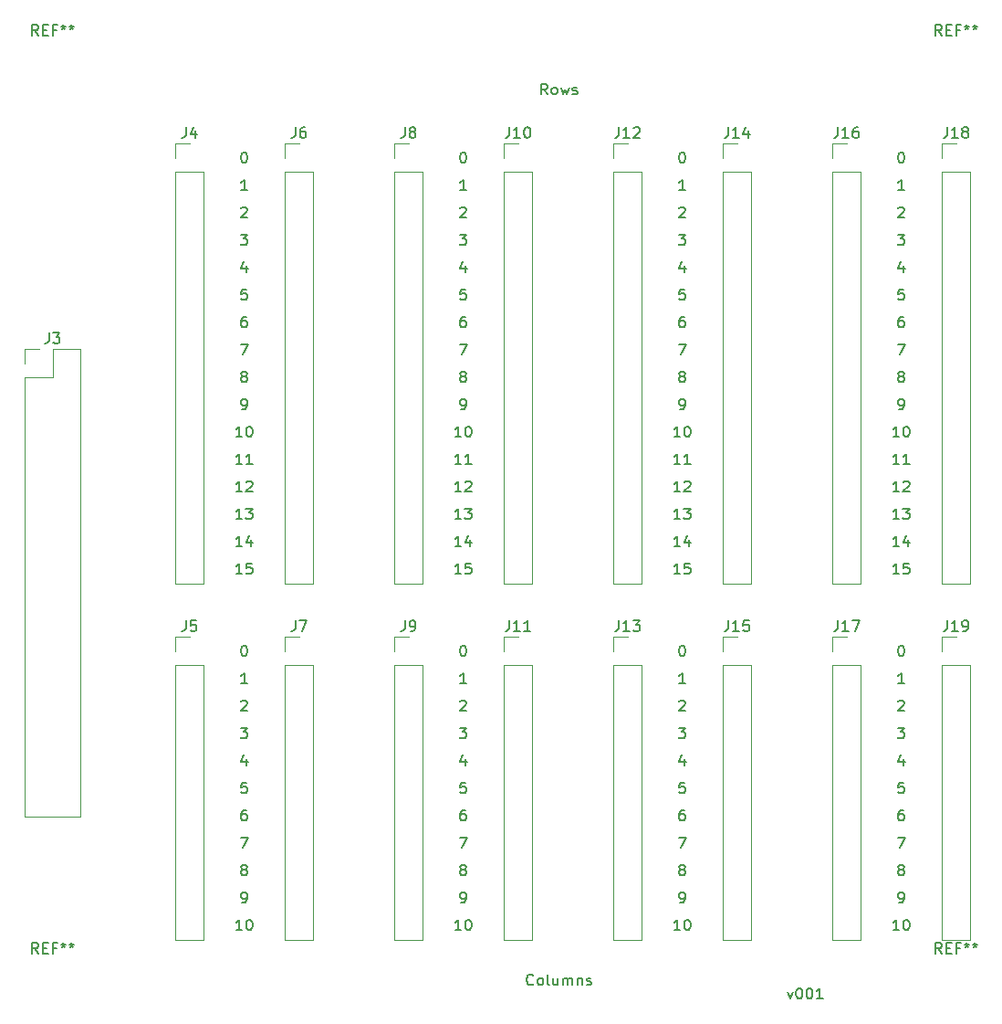
<source format=gbr>
G04 #@! TF.GenerationSoftware,KiCad,Pcbnew,(5.1.2-1)-1*
G04 #@! TF.CreationDate,2019-07-09T22:00:00+10:00*
G04 #@! TF.ProjectId,b1,62312e6b-6963-4616-945f-706362585858,rev?*
G04 #@! TF.SameCoordinates,Original*
G04 #@! TF.FileFunction,Legend,Top*
G04 #@! TF.FilePolarity,Positive*
%FSLAX46Y46*%
G04 Gerber Fmt 4.6, Leading zero omitted, Abs format (unit mm)*
G04 Created by KiCad (PCBNEW (5.1.2-1)-1) date 2019-07-09 22:00:00*
%MOMM*%
%LPD*%
G04 APERTURE LIST*
%ADD10C,0.150000*%
%ADD11C,0.120000*%
G04 APERTURE END LIST*
D10*
X163433333Y-121705714D02*
X163671428Y-122372380D01*
X163909523Y-121705714D01*
X164480952Y-121372380D02*
X164576190Y-121372380D01*
X164671428Y-121420000D01*
X164719047Y-121467619D01*
X164766666Y-121562857D01*
X164814285Y-121753333D01*
X164814285Y-121991428D01*
X164766666Y-122181904D01*
X164719047Y-122277142D01*
X164671428Y-122324761D01*
X164576190Y-122372380D01*
X164480952Y-122372380D01*
X164385714Y-122324761D01*
X164338095Y-122277142D01*
X164290476Y-122181904D01*
X164242857Y-121991428D01*
X164242857Y-121753333D01*
X164290476Y-121562857D01*
X164338095Y-121467619D01*
X164385714Y-121420000D01*
X164480952Y-121372380D01*
X165433333Y-121372380D02*
X165528571Y-121372380D01*
X165623809Y-121420000D01*
X165671428Y-121467619D01*
X165719047Y-121562857D01*
X165766666Y-121753333D01*
X165766666Y-121991428D01*
X165719047Y-122181904D01*
X165671428Y-122277142D01*
X165623809Y-122324761D01*
X165528571Y-122372380D01*
X165433333Y-122372380D01*
X165338095Y-122324761D01*
X165290476Y-122277142D01*
X165242857Y-122181904D01*
X165195238Y-121991428D01*
X165195238Y-121753333D01*
X165242857Y-121562857D01*
X165290476Y-121467619D01*
X165338095Y-121420000D01*
X165433333Y-121372380D01*
X166719047Y-122372380D02*
X166147619Y-122372380D01*
X166433333Y-122372380D02*
X166433333Y-121372380D01*
X166338095Y-121515238D01*
X166242857Y-121610476D01*
X166147619Y-121658095D01*
X141168571Y-38552380D02*
X140835238Y-38076190D01*
X140597142Y-38552380D02*
X140597142Y-37552380D01*
X140978095Y-37552380D01*
X141073333Y-37600000D01*
X141120952Y-37647619D01*
X141168571Y-37742857D01*
X141168571Y-37885714D01*
X141120952Y-37980952D01*
X141073333Y-38028571D01*
X140978095Y-38076190D01*
X140597142Y-38076190D01*
X141740000Y-38552380D02*
X141644761Y-38504761D01*
X141597142Y-38457142D01*
X141549523Y-38361904D01*
X141549523Y-38076190D01*
X141597142Y-37980952D01*
X141644761Y-37933333D01*
X141740000Y-37885714D01*
X141882857Y-37885714D01*
X141978095Y-37933333D01*
X142025714Y-37980952D01*
X142073333Y-38076190D01*
X142073333Y-38361904D01*
X142025714Y-38457142D01*
X141978095Y-38504761D01*
X141882857Y-38552380D01*
X141740000Y-38552380D01*
X142406666Y-37885714D02*
X142597142Y-38552380D01*
X142787619Y-38076190D01*
X142978095Y-38552380D01*
X143168571Y-37885714D01*
X143501904Y-38504761D02*
X143597142Y-38552380D01*
X143787619Y-38552380D01*
X143882857Y-38504761D01*
X143930476Y-38409523D01*
X143930476Y-38361904D01*
X143882857Y-38266666D01*
X143787619Y-38219047D01*
X143644761Y-38219047D01*
X143549523Y-38171428D01*
X143501904Y-38076190D01*
X143501904Y-38028571D01*
X143549523Y-37933333D01*
X143644761Y-37885714D01*
X143787619Y-37885714D01*
X143882857Y-37933333D01*
X139859047Y-121007142D02*
X139811428Y-121054761D01*
X139668571Y-121102380D01*
X139573333Y-121102380D01*
X139430476Y-121054761D01*
X139335238Y-120959523D01*
X139287619Y-120864285D01*
X139240000Y-120673809D01*
X139240000Y-120530952D01*
X139287619Y-120340476D01*
X139335238Y-120245238D01*
X139430476Y-120150000D01*
X139573333Y-120102380D01*
X139668571Y-120102380D01*
X139811428Y-120150000D01*
X139859047Y-120197619D01*
X140430476Y-121102380D02*
X140335238Y-121054761D01*
X140287619Y-121007142D01*
X140240000Y-120911904D01*
X140240000Y-120626190D01*
X140287619Y-120530952D01*
X140335238Y-120483333D01*
X140430476Y-120435714D01*
X140573333Y-120435714D01*
X140668571Y-120483333D01*
X140716190Y-120530952D01*
X140763809Y-120626190D01*
X140763809Y-120911904D01*
X140716190Y-121007142D01*
X140668571Y-121054761D01*
X140573333Y-121102380D01*
X140430476Y-121102380D01*
X141335238Y-121102380D02*
X141240000Y-121054761D01*
X141192380Y-120959523D01*
X141192380Y-120102380D01*
X142144761Y-120435714D02*
X142144761Y-121102380D01*
X141716190Y-120435714D02*
X141716190Y-120959523D01*
X141763809Y-121054761D01*
X141859047Y-121102380D01*
X142001904Y-121102380D01*
X142097142Y-121054761D01*
X142144761Y-121007142D01*
X142620952Y-121102380D02*
X142620952Y-120435714D01*
X142620952Y-120530952D02*
X142668571Y-120483333D01*
X142763809Y-120435714D01*
X142906666Y-120435714D01*
X143001904Y-120483333D01*
X143049523Y-120578571D01*
X143049523Y-121102380D01*
X143049523Y-120578571D02*
X143097142Y-120483333D01*
X143192380Y-120435714D01*
X143335238Y-120435714D01*
X143430476Y-120483333D01*
X143478095Y-120578571D01*
X143478095Y-121102380D01*
X143954285Y-120435714D02*
X143954285Y-121102380D01*
X143954285Y-120530952D02*
X144001904Y-120483333D01*
X144097142Y-120435714D01*
X144240000Y-120435714D01*
X144335238Y-120483333D01*
X144382857Y-120578571D01*
X144382857Y-121102380D01*
X144811428Y-121054761D02*
X144906666Y-121102380D01*
X145097142Y-121102380D01*
X145192380Y-121054761D01*
X145240000Y-120959523D01*
X145240000Y-120911904D01*
X145192380Y-120816666D01*
X145097142Y-120769047D01*
X144954285Y-120769047D01*
X144859047Y-120721428D01*
X144811428Y-120626190D01*
X144811428Y-120578571D01*
X144859047Y-120483333D01*
X144954285Y-120435714D01*
X145097142Y-120435714D01*
X145192380Y-120483333D01*
X173942380Y-43902380D02*
X174037619Y-43902380D01*
X174132857Y-43950000D01*
X174180476Y-43997619D01*
X174228095Y-44092857D01*
X174275714Y-44283333D01*
X174275714Y-44521428D01*
X174228095Y-44711904D01*
X174180476Y-44807142D01*
X174132857Y-44854761D01*
X174037619Y-44902380D01*
X173942380Y-44902380D01*
X173847142Y-44854761D01*
X173799523Y-44807142D01*
X173751904Y-44711904D01*
X173704285Y-44521428D01*
X173704285Y-44283333D01*
X173751904Y-44092857D01*
X173799523Y-43997619D01*
X173847142Y-43950000D01*
X173942380Y-43902380D01*
X173799523Y-80462380D02*
X173228095Y-80462380D01*
X173513809Y-80462380D02*
X173513809Y-79462380D01*
X173418571Y-79605238D01*
X173323333Y-79700476D01*
X173228095Y-79748095D01*
X174656666Y-79795714D02*
X174656666Y-80462380D01*
X174418571Y-79414761D02*
X174180476Y-80129047D01*
X174799523Y-80129047D01*
X173799523Y-77922380D02*
X173228095Y-77922380D01*
X173513809Y-77922380D02*
X173513809Y-76922380D01*
X173418571Y-77065238D01*
X173323333Y-77160476D01*
X173228095Y-77208095D01*
X174132857Y-76922380D02*
X174751904Y-76922380D01*
X174418571Y-77303333D01*
X174561428Y-77303333D01*
X174656666Y-77350952D01*
X174704285Y-77398571D01*
X174751904Y-77493809D01*
X174751904Y-77731904D01*
X174704285Y-77827142D01*
X174656666Y-77874761D01*
X174561428Y-77922380D01*
X174275714Y-77922380D01*
X174180476Y-77874761D01*
X174132857Y-77827142D01*
X174180476Y-100115714D02*
X174180476Y-100782380D01*
X173942380Y-99734761D02*
X173704285Y-100449047D01*
X174323333Y-100449047D01*
X173799523Y-83002380D02*
X173228095Y-83002380D01*
X173513809Y-83002380D02*
X173513809Y-82002380D01*
X173418571Y-82145238D01*
X173323333Y-82240476D01*
X173228095Y-82288095D01*
X174704285Y-82002380D02*
X174228095Y-82002380D01*
X174180476Y-82478571D01*
X174228095Y-82430952D01*
X174323333Y-82383333D01*
X174561428Y-82383333D01*
X174656666Y-82430952D01*
X174704285Y-82478571D01*
X174751904Y-82573809D01*
X174751904Y-82811904D01*
X174704285Y-82907142D01*
X174656666Y-82954761D01*
X174561428Y-83002380D01*
X174323333Y-83002380D01*
X174228095Y-82954761D01*
X174180476Y-82907142D01*
X174275714Y-47442380D02*
X173704285Y-47442380D01*
X173990000Y-47442380D02*
X173990000Y-46442380D01*
X173894761Y-46585238D01*
X173799523Y-46680476D01*
X173704285Y-46728095D01*
X173894761Y-110370952D02*
X173799523Y-110323333D01*
X173751904Y-110275714D01*
X173704285Y-110180476D01*
X173704285Y-110132857D01*
X173751904Y-110037619D01*
X173799523Y-109990000D01*
X173894761Y-109942380D01*
X174085238Y-109942380D01*
X174180476Y-109990000D01*
X174228095Y-110037619D01*
X174275714Y-110132857D01*
X174275714Y-110180476D01*
X174228095Y-110275714D01*
X174180476Y-110323333D01*
X174085238Y-110370952D01*
X173894761Y-110370952D01*
X173799523Y-110418571D01*
X173751904Y-110466190D01*
X173704285Y-110561428D01*
X173704285Y-110751904D01*
X173751904Y-110847142D01*
X173799523Y-110894761D01*
X173894761Y-110942380D01*
X174085238Y-110942380D01*
X174180476Y-110894761D01*
X174228095Y-110847142D01*
X174275714Y-110751904D01*
X174275714Y-110561428D01*
X174228095Y-110466190D01*
X174180476Y-110418571D01*
X174085238Y-110370952D01*
X173894761Y-64650952D02*
X173799523Y-64603333D01*
X173751904Y-64555714D01*
X173704285Y-64460476D01*
X173704285Y-64412857D01*
X173751904Y-64317619D01*
X173799523Y-64270000D01*
X173894761Y-64222380D01*
X174085238Y-64222380D01*
X174180476Y-64270000D01*
X174228095Y-64317619D01*
X174275714Y-64412857D01*
X174275714Y-64460476D01*
X174228095Y-64555714D01*
X174180476Y-64603333D01*
X174085238Y-64650952D01*
X173894761Y-64650952D01*
X173799523Y-64698571D01*
X173751904Y-64746190D01*
X173704285Y-64841428D01*
X173704285Y-65031904D01*
X173751904Y-65127142D01*
X173799523Y-65174761D01*
X173894761Y-65222380D01*
X174085238Y-65222380D01*
X174180476Y-65174761D01*
X174228095Y-65127142D01*
X174275714Y-65031904D01*
X174275714Y-64841428D01*
X174228095Y-64746190D01*
X174180476Y-64698571D01*
X174085238Y-64650952D01*
X173704285Y-94797619D02*
X173751904Y-94750000D01*
X173847142Y-94702380D01*
X174085238Y-94702380D01*
X174180476Y-94750000D01*
X174228095Y-94797619D01*
X174275714Y-94892857D01*
X174275714Y-94988095D01*
X174228095Y-95130952D01*
X173656666Y-95702380D01*
X174275714Y-95702380D01*
X174275714Y-93162380D02*
X173704285Y-93162380D01*
X173990000Y-93162380D02*
X173990000Y-92162380D01*
X173894761Y-92305238D01*
X173799523Y-92400476D01*
X173704285Y-92448095D01*
X173799523Y-67762380D02*
X173990000Y-67762380D01*
X174085238Y-67714761D01*
X174132857Y-67667142D01*
X174228095Y-67524285D01*
X174275714Y-67333809D01*
X174275714Y-66952857D01*
X174228095Y-66857619D01*
X174180476Y-66810000D01*
X174085238Y-66762380D01*
X173894761Y-66762380D01*
X173799523Y-66810000D01*
X173751904Y-66857619D01*
X173704285Y-66952857D01*
X173704285Y-67190952D01*
X173751904Y-67286190D01*
X173799523Y-67333809D01*
X173894761Y-67381428D01*
X174085238Y-67381428D01*
X174180476Y-67333809D01*
X174228095Y-67286190D01*
X174275714Y-67190952D01*
X173799523Y-72842380D02*
X173228095Y-72842380D01*
X173513809Y-72842380D02*
X173513809Y-71842380D01*
X173418571Y-71985238D01*
X173323333Y-72080476D01*
X173228095Y-72128095D01*
X174751904Y-72842380D02*
X174180476Y-72842380D01*
X174466190Y-72842380D02*
X174466190Y-71842380D01*
X174370952Y-71985238D01*
X174275714Y-72080476D01*
X174180476Y-72128095D01*
X173656666Y-97242380D02*
X174275714Y-97242380D01*
X173942380Y-97623333D01*
X174085238Y-97623333D01*
X174180476Y-97670952D01*
X174228095Y-97718571D01*
X174275714Y-97813809D01*
X174275714Y-98051904D01*
X174228095Y-98147142D01*
X174180476Y-98194761D01*
X174085238Y-98242380D01*
X173799523Y-98242380D01*
X173704285Y-98194761D01*
X173656666Y-98147142D01*
X173799523Y-113482380D02*
X173990000Y-113482380D01*
X174085238Y-113434761D01*
X174132857Y-113387142D01*
X174228095Y-113244285D01*
X174275714Y-113053809D01*
X174275714Y-112672857D01*
X174228095Y-112577619D01*
X174180476Y-112530000D01*
X174085238Y-112482380D01*
X173894761Y-112482380D01*
X173799523Y-112530000D01*
X173751904Y-112577619D01*
X173704285Y-112672857D01*
X173704285Y-112910952D01*
X173751904Y-113006190D01*
X173799523Y-113053809D01*
X173894761Y-113101428D01*
X174085238Y-113101428D01*
X174180476Y-113053809D01*
X174228095Y-113006190D01*
X174275714Y-112910952D01*
X173704285Y-49077619D02*
X173751904Y-49030000D01*
X173847142Y-48982380D01*
X174085238Y-48982380D01*
X174180476Y-49030000D01*
X174228095Y-49077619D01*
X174275714Y-49172857D01*
X174275714Y-49268095D01*
X174228095Y-49410952D01*
X173656666Y-49982380D01*
X174275714Y-49982380D01*
X174180476Y-59142380D02*
X173990000Y-59142380D01*
X173894761Y-59190000D01*
X173847142Y-59237619D01*
X173751904Y-59380476D01*
X173704285Y-59570952D01*
X173704285Y-59951904D01*
X173751904Y-60047142D01*
X173799523Y-60094761D01*
X173894761Y-60142380D01*
X174085238Y-60142380D01*
X174180476Y-60094761D01*
X174228095Y-60047142D01*
X174275714Y-59951904D01*
X174275714Y-59713809D01*
X174228095Y-59618571D01*
X174180476Y-59570952D01*
X174085238Y-59523333D01*
X173894761Y-59523333D01*
X173799523Y-59570952D01*
X173751904Y-59618571D01*
X173704285Y-59713809D01*
X174180476Y-104862380D02*
X173990000Y-104862380D01*
X173894761Y-104910000D01*
X173847142Y-104957619D01*
X173751904Y-105100476D01*
X173704285Y-105290952D01*
X173704285Y-105671904D01*
X173751904Y-105767142D01*
X173799523Y-105814761D01*
X173894761Y-105862380D01*
X174085238Y-105862380D01*
X174180476Y-105814761D01*
X174228095Y-105767142D01*
X174275714Y-105671904D01*
X174275714Y-105433809D01*
X174228095Y-105338571D01*
X174180476Y-105290952D01*
X174085238Y-105243333D01*
X173894761Y-105243333D01*
X173799523Y-105290952D01*
X173751904Y-105338571D01*
X173704285Y-105433809D01*
X174228095Y-56602380D02*
X173751904Y-56602380D01*
X173704285Y-57078571D01*
X173751904Y-57030952D01*
X173847142Y-56983333D01*
X174085238Y-56983333D01*
X174180476Y-57030952D01*
X174228095Y-57078571D01*
X174275714Y-57173809D01*
X174275714Y-57411904D01*
X174228095Y-57507142D01*
X174180476Y-57554761D01*
X174085238Y-57602380D01*
X173847142Y-57602380D01*
X173751904Y-57554761D01*
X173704285Y-57507142D01*
X173799523Y-116022380D02*
X173228095Y-116022380D01*
X173513809Y-116022380D02*
X173513809Y-115022380D01*
X173418571Y-115165238D01*
X173323333Y-115260476D01*
X173228095Y-115308095D01*
X174418571Y-115022380D02*
X174513809Y-115022380D01*
X174609047Y-115070000D01*
X174656666Y-115117619D01*
X174704285Y-115212857D01*
X174751904Y-115403333D01*
X174751904Y-115641428D01*
X174704285Y-115831904D01*
X174656666Y-115927142D01*
X174609047Y-115974761D01*
X174513809Y-116022380D01*
X174418571Y-116022380D01*
X174323333Y-115974761D01*
X174275714Y-115927142D01*
X174228095Y-115831904D01*
X174180476Y-115641428D01*
X174180476Y-115403333D01*
X174228095Y-115212857D01*
X174275714Y-115117619D01*
X174323333Y-115070000D01*
X174418571Y-115022380D01*
X174228095Y-102322380D02*
X173751904Y-102322380D01*
X173704285Y-102798571D01*
X173751904Y-102750952D01*
X173847142Y-102703333D01*
X174085238Y-102703333D01*
X174180476Y-102750952D01*
X174228095Y-102798571D01*
X174275714Y-102893809D01*
X174275714Y-103131904D01*
X174228095Y-103227142D01*
X174180476Y-103274761D01*
X174085238Y-103322380D01*
X173847142Y-103322380D01*
X173751904Y-103274761D01*
X173704285Y-103227142D01*
X173656666Y-51522380D02*
X174275714Y-51522380D01*
X173942380Y-51903333D01*
X174085238Y-51903333D01*
X174180476Y-51950952D01*
X174228095Y-51998571D01*
X174275714Y-52093809D01*
X174275714Y-52331904D01*
X174228095Y-52427142D01*
X174180476Y-52474761D01*
X174085238Y-52522380D01*
X173799523Y-52522380D01*
X173704285Y-52474761D01*
X173656666Y-52427142D01*
X173656666Y-107402380D02*
X174323333Y-107402380D01*
X173894761Y-108402380D01*
X173942380Y-89622380D02*
X174037619Y-89622380D01*
X174132857Y-89670000D01*
X174180476Y-89717619D01*
X174228095Y-89812857D01*
X174275714Y-90003333D01*
X174275714Y-90241428D01*
X174228095Y-90431904D01*
X174180476Y-90527142D01*
X174132857Y-90574761D01*
X174037619Y-90622380D01*
X173942380Y-90622380D01*
X173847142Y-90574761D01*
X173799523Y-90527142D01*
X173751904Y-90431904D01*
X173704285Y-90241428D01*
X173704285Y-90003333D01*
X173751904Y-89812857D01*
X173799523Y-89717619D01*
X173847142Y-89670000D01*
X173942380Y-89622380D01*
X173799523Y-75382380D02*
X173228095Y-75382380D01*
X173513809Y-75382380D02*
X173513809Y-74382380D01*
X173418571Y-74525238D01*
X173323333Y-74620476D01*
X173228095Y-74668095D01*
X174180476Y-74477619D02*
X174228095Y-74430000D01*
X174323333Y-74382380D01*
X174561428Y-74382380D01*
X174656666Y-74430000D01*
X174704285Y-74477619D01*
X174751904Y-74572857D01*
X174751904Y-74668095D01*
X174704285Y-74810952D01*
X174132857Y-75382380D01*
X174751904Y-75382380D01*
X173799523Y-70302380D02*
X173228095Y-70302380D01*
X173513809Y-70302380D02*
X173513809Y-69302380D01*
X173418571Y-69445238D01*
X173323333Y-69540476D01*
X173228095Y-69588095D01*
X174418571Y-69302380D02*
X174513809Y-69302380D01*
X174609047Y-69350000D01*
X174656666Y-69397619D01*
X174704285Y-69492857D01*
X174751904Y-69683333D01*
X174751904Y-69921428D01*
X174704285Y-70111904D01*
X174656666Y-70207142D01*
X174609047Y-70254761D01*
X174513809Y-70302380D01*
X174418571Y-70302380D01*
X174323333Y-70254761D01*
X174275714Y-70207142D01*
X174228095Y-70111904D01*
X174180476Y-69921428D01*
X174180476Y-69683333D01*
X174228095Y-69492857D01*
X174275714Y-69397619D01*
X174323333Y-69350000D01*
X174418571Y-69302380D01*
X174180476Y-54395714D02*
X174180476Y-55062380D01*
X173942380Y-54014761D02*
X173704285Y-54729047D01*
X174323333Y-54729047D01*
X173656666Y-61682380D02*
X174323333Y-61682380D01*
X173894761Y-62682380D01*
X153622380Y-43902380D02*
X153717619Y-43902380D01*
X153812857Y-43950000D01*
X153860476Y-43997619D01*
X153908095Y-44092857D01*
X153955714Y-44283333D01*
X153955714Y-44521428D01*
X153908095Y-44711904D01*
X153860476Y-44807142D01*
X153812857Y-44854761D01*
X153717619Y-44902380D01*
X153622380Y-44902380D01*
X153527142Y-44854761D01*
X153479523Y-44807142D01*
X153431904Y-44711904D01*
X153384285Y-44521428D01*
X153384285Y-44283333D01*
X153431904Y-44092857D01*
X153479523Y-43997619D01*
X153527142Y-43950000D01*
X153622380Y-43902380D01*
X153479523Y-80462380D02*
X152908095Y-80462380D01*
X153193809Y-80462380D02*
X153193809Y-79462380D01*
X153098571Y-79605238D01*
X153003333Y-79700476D01*
X152908095Y-79748095D01*
X154336666Y-79795714D02*
X154336666Y-80462380D01*
X154098571Y-79414761D02*
X153860476Y-80129047D01*
X154479523Y-80129047D01*
X153479523Y-77922380D02*
X152908095Y-77922380D01*
X153193809Y-77922380D02*
X153193809Y-76922380D01*
X153098571Y-77065238D01*
X153003333Y-77160476D01*
X152908095Y-77208095D01*
X153812857Y-76922380D02*
X154431904Y-76922380D01*
X154098571Y-77303333D01*
X154241428Y-77303333D01*
X154336666Y-77350952D01*
X154384285Y-77398571D01*
X154431904Y-77493809D01*
X154431904Y-77731904D01*
X154384285Y-77827142D01*
X154336666Y-77874761D01*
X154241428Y-77922380D01*
X153955714Y-77922380D01*
X153860476Y-77874761D01*
X153812857Y-77827142D01*
X153860476Y-100115714D02*
X153860476Y-100782380D01*
X153622380Y-99734761D02*
X153384285Y-100449047D01*
X154003333Y-100449047D01*
X153479523Y-83002380D02*
X152908095Y-83002380D01*
X153193809Y-83002380D02*
X153193809Y-82002380D01*
X153098571Y-82145238D01*
X153003333Y-82240476D01*
X152908095Y-82288095D01*
X154384285Y-82002380D02*
X153908095Y-82002380D01*
X153860476Y-82478571D01*
X153908095Y-82430952D01*
X154003333Y-82383333D01*
X154241428Y-82383333D01*
X154336666Y-82430952D01*
X154384285Y-82478571D01*
X154431904Y-82573809D01*
X154431904Y-82811904D01*
X154384285Y-82907142D01*
X154336666Y-82954761D01*
X154241428Y-83002380D01*
X154003333Y-83002380D01*
X153908095Y-82954761D01*
X153860476Y-82907142D01*
X153955714Y-47442380D02*
X153384285Y-47442380D01*
X153670000Y-47442380D02*
X153670000Y-46442380D01*
X153574761Y-46585238D01*
X153479523Y-46680476D01*
X153384285Y-46728095D01*
X153574761Y-110370952D02*
X153479523Y-110323333D01*
X153431904Y-110275714D01*
X153384285Y-110180476D01*
X153384285Y-110132857D01*
X153431904Y-110037619D01*
X153479523Y-109990000D01*
X153574761Y-109942380D01*
X153765238Y-109942380D01*
X153860476Y-109990000D01*
X153908095Y-110037619D01*
X153955714Y-110132857D01*
X153955714Y-110180476D01*
X153908095Y-110275714D01*
X153860476Y-110323333D01*
X153765238Y-110370952D01*
X153574761Y-110370952D01*
X153479523Y-110418571D01*
X153431904Y-110466190D01*
X153384285Y-110561428D01*
X153384285Y-110751904D01*
X153431904Y-110847142D01*
X153479523Y-110894761D01*
X153574761Y-110942380D01*
X153765238Y-110942380D01*
X153860476Y-110894761D01*
X153908095Y-110847142D01*
X153955714Y-110751904D01*
X153955714Y-110561428D01*
X153908095Y-110466190D01*
X153860476Y-110418571D01*
X153765238Y-110370952D01*
X153574761Y-64650952D02*
X153479523Y-64603333D01*
X153431904Y-64555714D01*
X153384285Y-64460476D01*
X153384285Y-64412857D01*
X153431904Y-64317619D01*
X153479523Y-64270000D01*
X153574761Y-64222380D01*
X153765238Y-64222380D01*
X153860476Y-64270000D01*
X153908095Y-64317619D01*
X153955714Y-64412857D01*
X153955714Y-64460476D01*
X153908095Y-64555714D01*
X153860476Y-64603333D01*
X153765238Y-64650952D01*
X153574761Y-64650952D01*
X153479523Y-64698571D01*
X153431904Y-64746190D01*
X153384285Y-64841428D01*
X153384285Y-65031904D01*
X153431904Y-65127142D01*
X153479523Y-65174761D01*
X153574761Y-65222380D01*
X153765238Y-65222380D01*
X153860476Y-65174761D01*
X153908095Y-65127142D01*
X153955714Y-65031904D01*
X153955714Y-64841428D01*
X153908095Y-64746190D01*
X153860476Y-64698571D01*
X153765238Y-64650952D01*
X153384285Y-94797619D02*
X153431904Y-94750000D01*
X153527142Y-94702380D01*
X153765238Y-94702380D01*
X153860476Y-94750000D01*
X153908095Y-94797619D01*
X153955714Y-94892857D01*
X153955714Y-94988095D01*
X153908095Y-95130952D01*
X153336666Y-95702380D01*
X153955714Y-95702380D01*
X153955714Y-93162380D02*
X153384285Y-93162380D01*
X153670000Y-93162380D02*
X153670000Y-92162380D01*
X153574761Y-92305238D01*
X153479523Y-92400476D01*
X153384285Y-92448095D01*
X153479523Y-67762380D02*
X153670000Y-67762380D01*
X153765238Y-67714761D01*
X153812857Y-67667142D01*
X153908095Y-67524285D01*
X153955714Y-67333809D01*
X153955714Y-66952857D01*
X153908095Y-66857619D01*
X153860476Y-66810000D01*
X153765238Y-66762380D01*
X153574761Y-66762380D01*
X153479523Y-66810000D01*
X153431904Y-66857619D01*
X153384285Y-66952857D01*
X153384285Y-67190952D01*
X153431904Y-67286190D01*
X153479523Y-67333809D01*
X153574761Y-67381428D01*
X153765238Y-67381428D01*
X153860476Y-67333809D01*
X153908095Y-67286190D01*
X153955714Y-67190952D01*
X153479523Y-72842380D02*
X152908095Y-72842380D01*
X153193809Y-72842380D02*
X153193809Y-71842380D01*
X153098571Y-71985238D01*
X153003333Y-72080476D01*
X152908095Y-72128095D01*
X154431904Y-72842380D02*
X153860476Y-72842380D01*
X154146190Y-72842380D02*
X154146190Y-71842380D01*
X154050952Y-71985238D01*
X153955714Y-72080476D01*
X153860476Y-72128095D01*
X153336666Y-97242380D02*
X153955714Y-97242380D01*
X153622380Y-97623333D01*
X153765238Y-97623333D01*
X153860476Y-97670952D01*
X153908095Y-97718571D01*
X153955714Y-97813809D01*
X153955714Y-98051904D01*
X153908095Y-98147142D01*
X153860476Y-98194761D01*
X153765238Y-98242380D01*
X153479523Y-98242380D01*
X153384285Y-98194761D01*
X153336666Y-98147142D01*
X153479523Y-113482380D02*
X153670000Y-113482380D01*
X153765238Y-113434761D01*
X153812857Y-113387142D01*
X153908095Y-113244285D01*
X153955714Y-113053809D01*
X153955714Y-112672857D01*
X153908095Y-112577619D01*
X153860476Y-112530000D01*
X153765238Y-112482380D01*
X153574761Y-112482380D01*
X153479523Y-112530000D01*
X153431904Y-112577619D01*
X153384285Y-112672857D01*
X153384285Y-112910952D01*
X153431904Y-113006190D01*
X153479523Y-113053809D01*
X153574761Y-113101428D01*
X153765238Y-113101428D01*
X153860476Y-113053809D01*
X153908095Y-113006190D01*
X153955714Y-112910952D01*
X153384285Y-49077619D02*
X153431904Y-49030000D01*
X153527142Y-48982380D01*
X153765238Y-48982380D01*
X153860476Y-49030000D01*
X153908095Y-49077619D01*
X153955714Y-49172857D01*
X153955714Y-49268095D01*
X153908095Y-49410952D01*
X153336666Y-49982380D01*
X153955714Y-49982380D01*
X153860476Y-59142380D02*
X153670000Y-59142380D01*
X153574761Y-59190000D01*
X153527142Y-59237619D01*
X153431904Y-59380476D01*
X153384285Y-59570952D01*
X153384285Y-59951904D01*
X153431904Y-60047142D01*
X153479523Y-60094761D01*
X153574761Y-60142380D01*
X153765238Y-60142380D01*
X153860476Y-60094761D01*
X153908095Y-60047142D01*
X153955714Y-59951904D01*
X153955714Y-59713809D01*
X153908095Y-59618571D01*
X153860476Y-59570952D01*
X153765238Y-59523333D01*
X153574761Y-59523333D01*
X153479523Y-59570952D01*
X153431904Y-59618571D01*
X153384285Y-59713809D01*
X153860476Y-104862380D02*
X153670000Y-104862380D01*
X153574761Y-104910000D01*
X153527142Y-104957619D01*
X153431904Y-105100476D01*
X153384285Y-105290952D01*
X153384285Y-105671904D01*
X153431904Y-105767142D01*
X153479523Y-105814761D01*
X153574761Y-105862380D01*
X153765238Y-105862380D01*
X153860476Y-105814761D01*
X153908095Y-105767142D01*
X153955714Y-105671904D01*
X153955714Y-105433809D01*
X153908095Y-105338571D01*
X153860476Y-105290952D01*
X153765238Y-105243333D01*
X153574761Y-105243333D01*
X153479523Y-105290952D01*
X153431904Y-105338571D01*
X153384285Y-105433809D01*
X153908095Y-56602380D02*
X153431904Y-56602380D01*
X153384285Y-57078571D01*
X153431904Y-57030952D01*
X153527142Y-56983333D01*
X153765238Y-56983333D01*
X153860476Y-57030952D01*
X153908095Y-57078571D01*
X153955714Y-57173809D01*
X153955714Y-57411904D01*
X153908095Y-57507142D01*
X153860476Y-57554761D01*
X153765238Y-57602380D01*
X153527142Y-57602380D01*
X153431904Y-57554761D01*
X153384285Y-57507142D01*
X153479523Y-116022380D02*
X152908095Y-116022380D01*
X153193809Y-116022380D02*
X153193809Y-115022380D01*
X153098571Y-115165238D01*
X153003333Y-115260476D01*
X152908095Y-115308095D01*
X154098571Y-115022380D02*
X154193809Y-115022380D01*
X154289047Y-115070000D01*
X154336666Y-115117619D01*
X154384285Y-115212857D01*
X154431904Y-115403333D01*
X154431904Y-115641428D01*
X154384285Y-115831904D01*
X154336666Y-115927142D01*
X154289047Y-115974761D01*
X154193809Y-116022380D01*
X154098571Y-116022380D01*
X154003333Y-115974761D01*
X153955714Y-115927142D01*
X153908095Y-115831904D01*
X153860476Y-115641428D01*
X153860476Y-115403333D01*
X153908095Y-115212857D01*
X153955714Y-115117619D01*
X154003333Y-115070000D01*
X154098571Y-115022380D01*
X153908095Y-102322380D02*
X153431904Y-102322380D01*
X153384285Y-102798571D01*
X153431904Y-102750952D01*
X153527142Y-102703333D01*
X153765238Y-102703333D01*
X153860476Y-102750952D01*
X153908095Y-102798571D01*
X153955714Y-102893809D01*
X153955714Y-103131904D01*
X153908095Y-103227142D01*
X153860476Y-103274761D01*
X153765238Y-103322380D01*
X153527142Y-103322380D01*
X153431904Y-103274761D01*
X153384285Y-103227142D01*
X153336666Y-51522380D02*
X153955714Y-51522380D01*
X153622380Y-51903333D01*
X153765238Y-51903333D01*
X153860476Y-51950952D01*
X153908095Y-51998571D01*
X153955714Y-52093809D01*
X153955714Y-52331904D01*
X153908095Y-52427142D01*
X153860476Y-52474761D01*
X153765238Y-52522380D01*
X153479523Y-52522380D01*
X153384285Y-52474761D01*
X153336666Y-52427142D01*
X153336666Y-107402380D02*
X154003333Y-107402380D01*
X153574761Y-108402380D01*
X153622380Y-89622380D02*
X153717619Y-89622380D01*
X153812857Y-89670000D01*
X153860476Y-89717619D01*
X153908095Y-89812857D01*
X153955714Y-90003333D01*
X153955714Y-90241428D01*
X153908095Y-90431904D01*
X153860476Y-90527142D01*
X153812857Y-90574761D01*
X153717619Y-90622380D01*
X153622380Y-90622380D01*
X153527142Y-90574761D01*
X153479523Y-90527142D01*
X153431904Y-90431904D01*
X153384285Y-90241428D01*
X153384285Y-90003333D01*
X153431904Y-89812857D01*
X153479523Y-89717619D01*
X153527142Y-89670000D01*
X153622380Y-89622380D01*
X153479523Y-75382380D02*
X152908095Y-75382380D01*
X153193809Y-75382380D02*
X153193809Y-74382380D01*
X153098571Y-74525238D01*
X153003333Y-74620476D01*
X152908095Y-74668095D01*
X153860476Y-74477619D02*
X153908095Y-74430000D01*
X154003333Y-74382380D01*
X154241428Y-74382380D01*
X154336666Y-74430000D01*
X154384285Y-74477619D01*
X154431904Y-74572857D01*
X154431904Y-74668095D01*
X154384285Y-74810952D01*
X153812857Y-75382380D01*
X154431904Y-75382380D01*
X153860476Y-54395714D02*
X153860476Y-55062380D01*
X153622380Y-54014761D02*
X153384285Y-54729047D01*
X154003333Y-54729047D01*
X153336666Y-61682380D02*
X154003333Y-61682380D01*
X153574761Y-62682380D01*
X153479523Y-70302380D02*
X152908095Y-70302380D01*
X153193809Y-70302380D02*
X153193809Y-69302380D01*
X153098571Y-69445238D01*
X153003333Y-69540476D01*
X152908095Y-69588095D01*
X154098571Y-69302380D02*
X154193809Y-69302380D01*
X154289047Y-69350000D01*
X154336666Y-69397619D01*
X154384285Y-69492857D01*
X154431904Y-69683333D01*
X154431904Y-69921428D01*
X154384285Y-70111904D01*
X154336666Y-70207142D01*
X154289047Y-70254761D01*
X154193809Y-70302380D01*
X154098571Y-70302380D01*
X154003333Y-70254761D01*
X153955714Y-70207142D01*
X153908095Y-70111904D01*
X153860476Y-69921428D01*
X153860476Y-69683333D01*
X153908095Y-69492857D01*
X153955714Y-69397619D01*
X154003333Y-69350000D01*
X154098571Y-69302380D01*
X133016666Y-51522380D02*
X133635714Y-51522380D01*
X133302380Y-51903333D01*
X133445238Y-51903333D01*
X133540476Y-51950952D01*
X133588095Y-51998571D01*
X133635714Y-52093809D01*
X133635714Y-52331904D01*
X133588095Y-52427142D01*
X133540476Y-52474761D01*
X133445238Y-52522380D01*
X133159523Y-52522380D01*
X133064285Y-52474761D01*
X133016666Y-52427142D01*
X133588095Y-56602380D02*
X133111904Y-56602380D01*
X133064285Y-57078571D01*
X133111904Y-57030952D01*
X133207142Y-56983333D01*
X133445238Y-56983333D01*
X133540476Y-57030952D01*
X133588095Y-57078571D01*
X133635714Y-57173809D01*
X133635714Y-57411904D01*
X133588095Y-57507142D01*
X133540476Y-57554761D01*
X133445238Y-57602380D01*
X133207142Y-57602380D01*
X133111904Y-57554761D01*
X133064285Y-57507142D01*
X133159523Y-77922380D02*
X132588095Y-77922380D01*
X132873809Y-77922380D02*
X132873809Y-76922380D01*
X132778571Y-77065238D01*
X132683333Y-77160476D01*
X132588095Y-77208095D01*
X133492857Y-76922380D02*
X134111904Y-76922380D01*
X133778571Y-77303333D01*
X133921428Y-77303333D01*
X134016666Y-77350952D01*
X134064285Y-77398571D01*
X134111904Y-77493809D01*
X134111904Y-77731904D01*
X134064285Y-77827142D01*
X134016666Y-77874761D01*
X133921428Y-77922380D01*
X133635714Y-77922380D01*
X133540476Y-77874761D01*
X133492857Y-77827142D01*
X133540476Y-54395714D02*
X133540476Y-55062380D01*
X133302380Y-54014761D02*
X133064285Y-54729047D01*
X133683333Y-54729047D01*
X133302380Y-43902380D02*
X133397619Y-43902380D01*
X133492857Y-43950000D01*
X133540476Y-43997619D01*
X133588095Y-44092857D01*
X133635714Y-44283333D01*
X133635714Y-44521428D01*
X133588095Y-44711904D01*
X133540476Y-44807142D01*
X133492857Y-44854761D01*
X133397619Y-44902380D01*
X133302380Y-44902380D01*
X133207142Y-44854761D01*
X133159523Y-44807142D01*
X133111904Y-44711904D01*
X133064285Y-44521428D01*
X133064285Y-44283333D01*
X133111904Y-44092857D01*
X133159523Y-43997619D01*
X133207142Y-43950000D01*
X133302380Y-43902380D01*
X133159523Y-67762380D02*
X133350000Y-67762380D01*
X133445238Y-67714761D01*
X133492857Y-67667142D01*
X133588095Y-67524285D01*
X133635714Y-67333809D01*
X133635714Y-66952857D01*
X133588095Y-66857619D01*
X133540476Y-66810000D01*
X133445238Y-66762380D01*
X133254761Y-66762380D01*
X133159523Y-66810000D01*
X133111904Y-66857619D01*
X133064285Y-66952857D01*
X133064285Y-67190952D01*
X133111904Y-67286190D01*
X133159523Y-67333809D01*
X133254761Y-67381428D01*
X133445238Y-67381428D01*
X133540476Y-67333809D01*
X133588095Y-67286190D01*
X133635714Y-67190952D01*
X133159523Y-72842380D02*
X132588095Y-72842380D01*
X132873809Y-72842380D02*
X132873809Y-71842380D01*
X132778571Y-71985238D01*
X132683333Y-72080476D01*
X132588095Y-72128095D01*
X134111904Y-72842380D02*
X133540476Y-72842380D01*
X133826190Y-72842380D02*
X133826190Y-71842380D01*
X133730952Y-71985238D01*
X133635714Y-72080476D01*
X133540476Y-72128095D01*
X133016666Y-61682380D02*
X133683333Y-61682380D01*
X133254761Y-62682380D01*
X133254761Y-64650952D02*
X133159523Y-64603333D01*
X133111904Y-64555714D01*
X133064285Y-64460476D01*
X133064285Y-64412857D01*
X133111904Y-64317619D01*
X133159523Y-64270000D01*
X133254761Y-64222380D01*
X133445238Y-64222380D01*
X133540476Y-64270000D01*
X133588095Y-64317619D01*
X133635714Y-64412857D01*
X133635714Y-64460476D01*
X133588095Y-64555714D01*
X133540476Y-64603333D01*
X133445238Y-64650952D01*
X133254761Y-64650952D01*
X133159523Y-64698571D01*
X133111904Y-64746190D01*
X133064285Y-64841428D01*
X133064285Y-65031904D01*
X133111904Y-65127142D01*
X133159523Y-65174761D01*
X133254761Y-65222380D01*
X133445238Y-65222380D01*
X133540476Y-65174761D01*
X133588095Y-65127142D01*
X133635714Y-65031904D01*
X133635714Y-64841428D01*
X133588095Y-64746190D01*
X133540476Y-64698571D01*
X133445238Y-64650952D01*
X133064285Y-49077619D02*
X133111904Y-49030000D01*
X133207142Y-48982380D01*
X133445238Y-48982380D01*
X133540476Y-49030000D01*
X133588095Y-49077619D01*
X133635714Y-49172857D01*
X133635714Y-49268095D01*
X133588095Y-49410952D01*
X133016666Y-49982380D01*
X133635714Y-49982380D01*
X133635714Y-47442380D02*
X133064285Y-47442380D01*
X133350000Y-47442380D02*
X133350000Y-46442380D01*
X133254761Y-46585238D01*
X133159523Y-46680476D01*
X133064285Y-46728095D01*
X133159523Y-83002380D02*
X132588095Y-83002380D01*
X132873809Y-83002380D02*
X132873809Y-82002380D01*
X132778571Y-82145238D01*
X132683333Y-82240476D01*
X132588095Y-82288095D01*
X134064285Y-82002380D02*
X133588095Y-82002380D01*
X133540476Y-82478571D01*
X133588095Y-82430952D01*
X133683333Y-82383333D01*
X133921428Y-82383333D01*
X134016666Y-82430952D01*
X134064285Y-82478571D01*
X134111904Y-82573809D01*
X134111904Y-82811904D01*
X134064285Y-82907142D01*
X134016666Y-82954761D01*
X133921428Y-83002380D01*
X133683333Y-83002380D01*
X133588095Y-82954761D01*
X133540476Y-82907142D01*
X133540476Y-59142380D02*
X133350000Y-59142380D01*
X133254761Y-59190000D01*
X133207142Y-59237619D01*
X133111904Y-59380476D01*
X133064285Y-59570952D01*
X133064285Y-59951904D01*
X133111904Y-60047142D01*
X133159523Y-60094761D01*
X133254761Y-60142380D01*
X133445238Y-60142380D01*
X133540476Y-60094761D01*
X133588095Y-60047142D01*
X133635714Y-59951904D01*
X133635714Y-59713809D01*
X133588095Y-59618571D01*
X133540476Y-59570952D01*
X133445238Y-59523333D01*
X133254761Y-59523333D01*
X133159523Y-59570952D01*
X133111904Y-59618571D01*
X133064285Y-59713809D01*
X133159523Y-116022380D02*
X132588095Y-116022380D01*
X132873809Y-116022380D02*
X132873809Y-115022380D01*
X132778571Y-115165238D01*
X132683333Y-115260476D01*
X132588095Y-115308095D01*
X133778571Y-115022380D02*
X133873809Y-115022380D01*
X133969047Y-115070000D01*
X134016666Y-115117619D01*
X134064285Y-115212857D01*
X134111904Y-115403333D01*
X134111904Y-115641428D01*
X134064285Y-115831904D01*
X134016666Y-115927142D01*
X133969047Y-115974761D01*
X133873809Y-116022380D01*
X133778571Y-116022380D01*
X133683333Y-115974761D01*
X133635714Y-115927142D01*
X133588095Y-115831904D01*
X133540476Y-115641428D01*
X133540476Y-115403333D01*
X133588095Y-115212857D01*
X133635714Y-115117619D01*
X133683333Y-115070000D01*
X133778571Y-115022380D01*
X133540476Y-104862380D02*
X133350000Y-104862380D01*
X133254761Y-104910000D01*
X133207142Y-104957619D01*
X133111904Y-105100476D01*
X133064285Y-105290952D01*
X133064285Y-105671904D01*
X133111904Y-105767142D01*
X133159523Y-105814761D01*
X133254761Y-105862380D01*
X133445238Y-105862380D01*
X133540476Y-105814761D01*
X133588095Y-105767142D01*
X133635714Y-105671904D01*
X133635714Y-105433809D01*
X133588095Y-105338571D01*
X133540476Y-105290952D01*
X133445238Y-105243333D01*
X133254761Y-105243333D01*
X133159523Y-105290952D01*
X133111904Y-105338571D01*
X133064285Y-105433809D01*
X133159523Y-113482380D02*
X133350000Y-113482380D01*
X133445238Y-113434761D01*
X133492857Y-113387142D01*
X133588095Y-113244285D01*
X133635714Y-113053809D01*
X133635714Y-112672857D01*
X133588095Y-112577619D01*
X133540476Y-112530000D01*
X133445238Y-112482380D01*
X133254761Y-112482380D01*
X133159523Y-112530000D01*
X133111904Y-112577619D01*
X133064285Y-112672857D01*
X133064285Y-112910952D01*
X133111904Y-113006190D01*
X133159523Y-113053809D01*
X133254761Y-113101428D01*
X133445238Y-113101428D01*
X133540476Y-113053809D01*
X133588095Y-113006190D01*
X133635714Y-112910952D01*
X133302380Y-89622380D02*
X133397619Y-89622380D01*
X133492857Y-89670000D01*
X133540476Y-89717619D01*
X133588095Y-89812857D01*
X133635714Y-90003333D01*
X133635714Y-90241428D01*
X133588095Y-90431904D01*
X133540476Y-90527142D01*
X133492857Y-90574761D01*
X133397619Y-90622380D01*
X133302380Y-90622380D01*
X133207142Y-90574761D01*
X133159523Y-90527142D01*
X133111904Y-90431904D01*
X133064285Y-90241428D01*
X133064285Y-90003333D01*
X133111904Y-89812857D01*
X133159523Y-89717619D01*
X133207142Y-89670000D01*
X133302380Y-89622380D01*
X133064285Y-94797619D02*
X133111904Y-94750000D01*
X133207142Y-94702380D01*
X133445238Y-94702380D01*
X133540476Y-94750000D01*
X133588095Y-94797619D01*
X133635714Y-94892857D01*
X133635714Y-94988095D01*
X133588095Y-95130952D01*
X133016666Y-95702380D01*
X133635714Y-95702380D01*
X133588095Y-102322380D02*
X133111904Y-102322380D01*
X133064285Y-102798571D01*
X133111904Y-102750952D01*
X133207142Y-102703333D01*
X133445238Y-102703333D01*
X133540476Y-102750952D01*
X133588095Y-102798571D01*
X133635714Y-102893809D01*
X133635714Y-103131904D01*
X133588095Y-103227142D01*
X133540476Y-103274761D01*
X133445238Y-103322380D01*
X133207142Y-103322380D01*
X133111904Y-103274761D01*
X133064285Y-103227142D01*
X133540476Y-100115714D02*
X133540476Y-100782380D01*
X133302380Y-99734761D02*
X133064285Y-100449047D01*
X133683333Y-100449047D01*
X133159523Y-70302380D02*
X132588095Y-70302380D01*
X132873809Y-70302380D02*
X132873809Y-69302380D01*
X132778571Y-69445238D01*
X132683333Y-69540476D01*
X132588095Y-69588095D01*
X133778571Y-69302380D02*
X133873809Y-69302380D01*
X133969047Y-69350000D01*
X134016666Y-69397619D01*
X134064285Y-69492857D01*
X134111904Y-69683333D01*
X134111904Y-69921428D01*
X134064285Y-70111904D01*
X134016666Y-70207142D01*
X133969047Y-70254761D01*
X133873809Y-70302380D01*
X133778571Y-70302380D01*
X133683333Y-70254761D01*
X133635714Y-70207142D01*
X133588095Y-70111904D01*
X133540476Y-69921428D01*
X133540476Y-69683333D01*
X133588095Y-69492857D01*
X133635714Y-69397619D01*
X133683333Y-69350000D01*
X133778571Y-69302380D01*
X133159523Y-75382380D02*
X132588095Y-75382380D01*
X132873809Y-75382380D02*
X132873809Y-74382380D01*
X132778571Y-74525238D01*
X132683333Y-74620476D01*
X132588095Y-74668095D01*
X133540476Y-74477619D02*
X133588095Y-74430000D01*
X133683333Y-74382380D01*
X133921428Y-74382380D01*
X134016666Y-74430000D01*
X134064285Y-74477619D01*
X134111904Y-74572857D01*
X134111904Y-74668095D01*
X134064285Y-74810952D01*
X133492857Y-75382380D01*
X134111904Y-75382380D01*
X133016666Y-107402380D02*
X133683333Y-107402380D01*
X133254761Y-108402380D01*
X133635714Y-93162380D02*
X133064285Y-93162380D01*
X133350000Y-93162380D02*
X133350000Y-92162380D01*
X133254761Y-92305238D01*
X133159523Y-92400476D01*
X133064285Y-92448095D01*
X133159523Y-80462380D02*
X132588095Y-80462380D01*
X132873809Y-80462380D02*
X132873809Y-79462380D01*
X132778571Y-79605238D01*
X132683333Y-79700476D01*
X132588095Y-79748095D01*
X134016666Y-79795714D02*
X134016666Y-80462380D01*
X133778571Y-79414761D02*
X133540476Y-80129047D01*
X134159523Y-80129047D01*
X133254761Y-110370952D02*
X133159523Y-110323333D01*
X133111904Y-110275714D01*
X133064285Y-110180476D01*
X133064285Y-110132857D01*
X133111904Y-110037619D01*
X133159523Y-109990000D01*
X133254761Y-109942380D01*
X133445238Y-109942380D01*
X133540476Y-109990000D01*
X133588095Y-110037619D01*
X133635714Y-110132857D01*
X133635714Y-110180476D01*
X133588095Y-110275714D01*
X133540476Y-110323333D01*
X133445238Y-110370952D01*
X133254761Y-110370952D01*
X133159523Y-110418571D01*
X133111904Y-110466190D01*
X133064285Y-110561428D01*
X133064285Y-110751904D01*
X133111904Y-110847142D01*
X133159523Y-110894761D01*
X133254761Y-110942380D01*
X133445238Y-110942380D01*
X133540476Y-110894761D01*
X133588095Y-110847142D01*
X133635714Y-110751904D01*
X133635714Y-110561428D01*
X133588095Y-110466190D01*
X133540476Y-110418571D01*
X133445238Y-110370952D01*
X133016666Y-97242380D02*
X133635714Y-97242380D01*
X133302380Y-97623333D01*
X133445238Y-97623333D01*
X133540476Y-97670952D01*
X133588095Y-97718571D01*
X133635714Y-97813809D01*
X133635714Y-98051904D01*
X133588095Y-98147142D01*
X133540476Y-98194761D01*
X133445238Y-98242380D01*
X133159523Y-98242380D01*
X133064285Y-98194761D01*
X133016666Y-98147142D01*
X112696666Y-97242380D02*
X113315714Y-97242380D01*
X112982380Y-97623333D01*
X113125238Y-97623333D01*
X113220476Y-97670952D01*
X113268095Y-97718571D01*
X113315714Y-97813809D01*
X113315714Y-98051904D01*
X113268095Y-98147142D01*
X113220476Y-98194761D01*
X113125238Y-98242380D01*
X112839523Y-98242380D01*
X112744285Y-98194761D01*
X112696666Y-98147142D01*
X113268095Y-102322380D02*
X112791904Y-102322380D01*
X112744285Y-102798571D01*
X112791904Y-102750952D01*
X112887142Y-102703333D01*
X113125238Y-102703333D01*
X113220476Y-102750952D01*
X113268095Y-102798571D01*
X113315714Y-102893809D01*
X113315714Y-103131904D01*
X113268095Y-103227142D01*
X113220476Y-103274761D01*
X113125238Y-103322380D01*
X112887142Y-103322380D01*
X112791904Y-103274761D01*
X112744285Y-103227142D01*
X113220476Y-100115714D02*
X113220476Y-100782380D01*
X112982380Y-99734761D02*
X112744285Y-100449047D01*
X113363333Y-100449047D01*
X112982380Y-89622380D02*
X113077619Y-89622380D01*
X113172857Y-89670000D01*
X113220476Y-89717619D01*
X113268095Y-89812857D01*
X113315714Y-90003333D01*
X113315714Y-90241428D01*
X113268095Y-90431904D01*
X113220476Y-90527142D01*
X113172857Y-90574761D01*
X113077619Y-90622380D01*
X112982380Y-90622380D01*
X112887142Y-90574761D01*
X112839523Y-90527142D01*
X112791904Y-90431904D01*
X112744285Y-90241428D01*
X112744285Y-90003333D01*
X112791904Y-89812857D01*
X112839523Y-89717619D01*
X112887142Y-89670000D01*
X112982380Y-89622380D01*
X112839523Y-113482380D02*
X113030000Y-113482380D01*
X113125238Y-113434761D01*
X113172857Y-113387142D01*
X113268095Y-113244285D01*
X113315714Y-113053809D01*
X113315714Y-112672857D01*
X113268095Y-112577619D01*
X113220476Y-112530000D01*
X113125238Y-112482380D01*
X112934761Y-112482380D01*
X112839523Y-112530000D01*
X112791904Y-112577619D01*
X112744285Y-112672857D01*
X112744285Y-112910952D01*
X112791904Y-113006190D01*
X112839523Y-113053809D01*
X112934761Y-113101428D01*
X113125238Y-113101428D01*
X113220476Y-113053809D01*
X113268095Y-113006190D01*
X113315714Y-112910952D01*
X112696666Y-107402380D02*
X113363333Y-107402380D01*
X112934761Y-108402380D01*
X112934761Y-110370952D02*
X112839523Y-110323333D01*
X112791904Y-110275714D01*
X112744285Y-110180476D01*
X112744285Y-110132857D01*
X112791904Y-110037619D01*
X112839523Y-109990000D01*
X112934761Y-109942380D01*
X113125238Y-109942380D01*
X113220476Y-109990000D01*
X113268095Y-110037619D01*
X113315714Y-110132857D01*
X113315714Y-110180476D01*
X113268095Y-110275714D01*
X113220476Y-110323333D01*
X113125238Y-110370952D01*
X112934761Y-110370952D01*
X112839523Y-110418571D01*
X112791904Y-110466190D01*
X112744285Y-110561428D01*
X112744285Y-110751904D01*
X112791904Y-110847142D01*
X112839523Y-110894761D01*
X112934761Y-110942380D01*
X113125238Y-110942380D01*
X113220476Y-110894761D01*
X113268095Y-110847142D01*
X113315714Y-110751904D01*
X113315714Y-110561428D01*
X113268095Y-110466190D01*
X113220476Y-110418571D01*
X113125238Y-110370952D01*
X112744285Y-94797619D02*
X112791904Y-94750000D01*
X112887142Y-94702380D01*
X113125238Y-94702380D01*
X113220476Y-94750000D01*
X113268095Y-94797619D01*
X113315714Y-94892857D01*
X113315714Y-94988095D01*
X113268095Y-95130952D01*
X112696666Y-95702380D01*
X113315714Y-95702380D01*
X113315714Y-93162380D02*
X112744285Y-93162380D01*
X113030000Y-93162380D02*
X113030000Y-92162380D01*
X112934761Y-92305238D01*
X112839523Y-92400476D01*
X112744285Y-92448095D01*
X113220476Y-104862380D02*
X113030000Y-104862380D01*
X112934761Y-104910000D01*
X112887142Y-104957619D01*
X112791904Y-105100476D01*
X112744285Y-105290952D01*
X112744285Y-105671904D01*
X112791904Y-105767142D01*
X112839523Y-105814761D01*
X112934761Y-105862380D01*
X113125238Y-105862380D01*
X113220476Y-105814761D01*
X113268095Y-105767142D01*
X113315714Y-105671904D01*
X113315714Y-105433809D01*
X113268095Y-105338571D01*
X113220476Y-105290952D01*
X113125238Y-105243333D01*
X112934761Y-105243333D01*
X112839523Y-105290952D01*
X112791904Y-105338571D01*
X112744285Y-105433809D01*
X112839523Y-116022380D02*
X112268095Y-116022380D01*
X112553809Y-116022380D02*
X112553809Y-115022380D01*
X112458571Y-115165238D01*
X112363333Y-115260476D01*
X112268095Y-115308095D01*
X113458571Y-115022380D02*
X113553809Y-115022380D01*
X113649047Y-115070000D01*
X113696666Y-115117619D01*
X113744285Y-115212857D01*
X113791904Y-115403333D01*
X113791904Y-115641428D01*
X113744285Y-115831904D01*
X113696666Y-115927142D01*
X113649047Y-115974761D01*
X113553809Y-116022380D01*
X113458571Y-116022380D01*
X113363333Y-115974761D01*
X113315714Y-115927142D01*
X113268095Y-115831904D01*
X113220476Y-115641428D01*
X113220476Y-115403333D01*
X113268095Y-115212857D01*
X113315714Y-115117619D01*
X113363333Y-115070000D01*
X113458571Y-115022380D01*
X112839523Y-83002380D02*
X112268095Y-83002380D01*
X112553809Y-83002380D02*
X112553809Y-82002380D01*
X112458571Y-82145238D01*
X112363333Y-82240476D01*
X112268095Y-82288095D01*
X113744285Y-82002380D02*
X113268095Y-82002380D01*
X113220476Y-82478571D01*
X113268095Y-82430952D01*
X113363333Y-82383333D01*
X113601428Y-82383333D01*
X113696666Y-82430952D01*
X113744285Y-82478571D01*
X113791904Y-82573809D01*
X113791904Y-82811904D01*
X113744285Y-82907142D01*
X113696666Y-82954761D01*
X113601428Y-83002380D01*
X113363333Y-83002380D01*
X113268095Y-82954761D01*
X113220476Y-82907142D01*
X112839523Y-80462380D02*
X112268095Y-80462380D01*
X112553809Y-80462380D02*
X112553809Y-79462380D01*
X112458571Y-79605238D01*
X112363333Y-79700476D01*
X112268095Y-79748095D01*
X113696666Y-79795714D02*
X113696666Y-80462380D01*
X113458571Y-79414761D02*
X113220476Y-80129047D01*
X113839523Y-80129047D01*
X112839523Y-77922380D02*
X112268095Y-77922380D01*
X112553809Y-77922380D02*
X112553809Y-76922380D01*
X112458571Y-77065238D01*
X112363333Y-77160476D01*
X112268095Y-77208095D01*
X113172857Y-76922380D02*
X113791904Y-76922380D01*
X113458571Y-77303333D01*
X113601428Y-77303333D01*
X113696666Y-77350952D01*
X113744285Y-77398571D01*
X113791904Y-77493809D01*
X113791904Y-77731904D01*
X113744285Y-77827142D01*
X113696666Y-77874761D01*
X113601428Y-77922380D01*
X113315714Y-77922380D01*
X113220476Y-77874761D01*
X113172857Y-77827142D01*
X112839523Y-75382380D02*
X112268095Y-75382380D01*
X112553809Y-75382380D02*
X112553809Y-74382380D01*
X112458571Y-74525238D01*
X112363333Y-74620476D01*
X112268095Y-74668095D01*
X113220476Y-74477619D02*
X113268095Y-74430000D01*
X113363333Y-74382380D01*
X113601428Y-74382380D01*
X113696666Y-74430000D01*
X113744285Y-74477619D01*
X113791904Y-74572857D01*
X113791904Y-74668095D01*
X113744285Y-74810952D01*
X113172857Y-75382380D01*
X113791904Y-75382380D01*
X112839523Y-72842380D02*
X112268095Y-72842380D01*
X112553809Y-72842380D02*
X112553809Y-71842380D01*
X112458571Y-71985238D01*
X112363333Y-72080476D01*
X112268095Y-72128095D01*
X113791904Y-72842380D02*
X113220476Y-72842380D01*
X113506190Y-72842380D02*
X113506190Y-71842380D01*
X113410952Y-71985238D01*
X113315714Y-72080476D01*
X113220476Y-72128095D01*
X112839523Y-70302380D02*
X112268095Y-70302380D01*
X112553809Y-70302380D02*
X112553809Y-69302380D01*
X112458571Y-69445238D01*
X112363333Y-69540476D01*
X112268095Y-69588095D01*
X113458571Y-69302380D02*
X113553809Y-69302380D01*
X113649047Y-69350000D01*
X113696666Y-69397619D01*
X113744285Y-69492857D01*
X113791904Y-69683333D01*
X113791904Y-69921428D01*
X113744285Y-70111904D01*
X113696666Y-70207142D01*
X113649047Y-70254761D01*
X113553809Y-70302380D01*
X113458571Y-70302380D01*
X113363333Y-70254761D01*
X113315714Y-70207142D01*
X113268095Y-70111904D01*
X113220476Y-69921428D01*
X113220476Y-69683333D01*
X113268095Y-69492857D01*
X113315714Y-69397619D01*
X113363333Y-69350000D01*
X113458571Y-69302380D01*
X112839523Y-67762380D02*
X113030000Y-67762380D01*
X113125238Y-67714761D01*
X113172857Y-67667142D01*
X113268095Y-67524285D01*
X113315714Y-67333809D01*
X113315714Y-66952857D01*
X113268095Y-66857619D01*
X113220476Y-66810000D01*
X113125238Y-66762380D01*
X112934761Y-66762380D01*
X112839523Y-66810000D01*
X112791904Y-66857619D01*
X112744285Y-66952857D01*
X112744285Y-67190952D01*
X112791904Y-67286190D01*
X112839523Y-67333809D01*
X112934761Y-67381428D01*
X113125238Y-67381428D01*
X113220476Y-67333809D01*
X113268095Y-67286190D01*
X113315714Y-67190952D01*
X112934761Y-64650952D02*
X112839523Y-64603333D01*
X112791904Y-64555714D01*
X112744285Y-64460476D01*
X112744285Y-64412857D01*
X112791904Y-64317619D01*
X112839523Y-64270000D01*
X112934761Y-64222380D01*
X113125238Y-64222380D01*
X113220476Y-64270000D01*
X113268095Y-64317619D01*
X113315714Y-64412857D01*
X113315714Y-64460476D01*
X113268095Y-64555714D01*
X113220476Y-64603333D01*
X113125238Y-64650952D01*
X112934761Y-64650952D01*
X112839523Y-64698571D01*
X112791904Y-64746190D01*
X112744285Y-64841428D01*
X112744285Y-65031904D01*
X112791904Y-65127142D01*
X112839523Y-65174761D01*
X112934761Y-65222380D01*
X113125238Y-65222380D01*
X113220476Y-65174761D01*
X113268095Y-65127142D01*
X113315714Y-65031904D01*
X113315714Y-64841428D01*
X113268095Y-64746190D01*
X113220476Y-64698571D01*
X113125238Y-64650952D01*
X112696666Y-61682380D02*
X113363333Y-61682380D01*
X112934761Y-62682380D01*
X113220476Y-59142380D02*
X113030000Y-59142380D01*
X112934761Y-59190000D01*
X112887142Y-59237619D01*
X112791904Y-59380476D01*
X112744285Y-59570952D01*
X112744285Y-59951904D01*
X112791904Y-60047142D01*
X112839523Y-60094761D01*
X112934761Y-60142380D01*
X113125238Y-60142380D01*
X113220476Y-60094761D01*
X113268095Y-60047142D01*
X113315714Y-59951904D01*
X113315714Y-59713809D01*
X113268095Y-59618571D01*
X113220476Y-59570952D01*
X113125238Y-59523333D01*
X112934761Y-59523333D01*
X112839523Y-59570952D01*
X112791904Y-59618571D01*
X112744285Y-59713809D01*
X113268095Y-56602380D02*
X112791904Y-56602380D01*
X112744285Y-57078571D01*
X112791904Y-57030952D01*
X112887142Y-56983333D01*
X113125238Y-56983333D01*
X113220476Y-57030952D01*
X113268095Y-57078571D01*
X113315714Y-57173809D01*
X113315714Y-57411904D01*
X113268095Y-57507142D01*
X113220476Y-57554761D01*
X113125238Y-57602380D01*
X112887142Y-57602380D01*
X112791904Y-57554761D01*
X112744285Y-57507142D01*
X113220476Y-54395714D02*
X113220476Y-55062380D01*
X112982380Y-54014761D02*
X112744285Y-54729047D01*
X113363333Y-54729047D01*
X112696666Y-51522380D02*
X113315714Y-51522380D01*
X112982380Y-51903333D01*
X113125238Y-51903333D01*
X113220476Y-51950952D01*
X113268095Y-51998571D01*
X113315714Y-52093809D01*
X113315714Y-52331904D01*
X113268095Y-52427142D01*
X113220476Y-52474761D01*
X113125238Y-52522380D01*
X112839523Y-52522380D01*
X112744285Y-52474761D01*
X112696666Y-52427142D01*
X112744285Y-49077619D02*
X112791904Y-49030000D01*
X112887142Y-48982380D01*
X113125238Y-48982380D01*
X113220476Y-49030000D01*
X113268095Y-49077619D01*
X113315714Y-49172857D01*
X113315714Y-49268095D01*
X113268095Y-49410952D01*
X112696666Y-49982380D01*
X113315714Y-49982380D01*
X113315714Y-47442380D02*
X112744285Y-47442380D01*
X113030000Y-47442380D02*
X113030000Y-46442380D01*
X112934761Y-46585238D01*
X112839523Y-46680476D01*
X112744285Y-46728095D01*
X112982380Y-43902380D02*
X113077619Y-43902380D01*
X113172857Y-43950000D01*
X113220476Y-43997619D01*
X113268095Y-44092857D01*
X113315714Y-44283333D01*
X113315714Y-44521428D01*
X113268095Y-44711904D01*
X113220476Y-44807142D01*
X113172857Y-44854761D01*
X113077619Y-44902380D01*
X112982380Y-44902380D01*
X112887142Y-44854761D01*
X112839523Y-44807142D01*
X112791904Y-44711904D01*
X112744285Y-44521428D01*
X112744285Y-44283333D01*
X112791904Y-44092857D01*
X112839523Y-43997619D01*
X112887142Y-43950000D01*
X112982380Y-43902380D01*
D11*
X177740000Y-88840000D02*
X179070000Y-88840000D01*
X177740000Y-90170000D02*
X177740000Y-88840000D01*
X177740000Y-91440000D02*
X180400000Y-91440000D01*
X180400000Y-91440000D02*
X180400000Y-116900000D01*
X177740000Y-91440000D02*
X177740000Y-116900000D01*
X177740000Y-116900000D02*
X180400000Y-116900000D01*
X167580000Y-88840000D02*
X168910000Y-88840000D01*
X167580000Y-90170000D02*
X167580000Y-88840000D01*
X167580000Y-91440000D02*
X170240000Y-91440000D01*
X170240000Y-91440000D02*
X170240000Y-116900000D01*
X167580000Y-91440000D02*
X167580000Y-116900000D01*
X167580000Y-116900000D02*
X170240000Y-116900000D01*
X157420000Y-88840000D02*
X158750000Y-88840000D01*
X157420000Y-90170000D02*
X157420000Y-88840000D01*
X157420000Y-91440000D02*
X160080000Y-91440000D01*
X160080000Y-91440000D02*
X160080000Y-116900000D01*
X157420000Y-91440000D02*
X157420000Y-116900000D01*
X157420000Y-116900000D02*
X160080000Y-116900000D01*
X147260000Y-88840000D02*
X148590000Y-88840000D01*
X147260000Y-90170000D02*
X147260000Y-88840000D01*
X147260000Y-91440000D02*
X149920000Y-91440000D01*
X149920000Y-91440000D02*
X149920000Y-116900000D01*
X147260000Y-91440000D02*
X147260000Y-116900000D01*
X147260000Y-116900000D02*
X149920000Y-116900000D01*
X137100000Y-88840000D02*
X138430000Y-88840000D01*
X137100000Y-90170000D02*
X137100000Y-88840000D01*
X137100000Y-91440000D02*
X139760000Y-91440000D01*
X139760000Y-91440000D02*
X139760000Y-116900000D01*
X137100000Y-91440000D02*
X137100000Y-116900000D01*
X137100000Y-116900000D02*
X139760000Y-116900000D01*
X126940000Y-88840000D02*
X128270000Y-88840000D01*
X126940000Y-90170000D02*
X126940000Y-88840000D01*
X126940000Y-91440000D02*
X129600000Y-91440000D01*
X129600000Y-91440000D02*
X129600000Y-116900000D01*
X126940000Y-91440000D02*
X126940000Y-116900000D01*
X126940000Y-116900000D02*
X129600000Y-116900000D01*
X116780000Y-88840000D02*
X118110000Y-88840000D01*
X116780000Y-90170000D02*
X116780000Y-88840000D01*
X116780000Y-91440000D02*
X119440000Y-91440000D01*
X119440000Y-91440000D02*
X119440000Y-116900000D01*
X116780000Y-91440000D02*
X116780000Y-116900000D01*
X116780000Y-116900000D02*
X119440000Y-116900000D01*
X106620000Y-88840000D02*
X107950000Y-88840000D01*
X106620000Y-90170000D02*
X106620000Y-88840000D01*
X106620000Y-91440000D02*
X109280000Y-91440000D01*
X109280000Y-91440000D02*
X109280000Y-116900000D01*
X106620000Y-91440000D02*
X106620000Y-116900000D01*
X106620000Y-116900000D02*
X109280000Y-116900000D01*
X177740000Y-43120000D02*
X179070000Y-43120000D01*
X177740000Y-44450000D02*
X177740000Y-43120000D01*
X177740000Y-45720000D02*
X180400000Y-45720000D01*
X180400000Y-45720000D02*
X180400000Y-83880000D01*
X177740000Y-45720000D02*
X177740000Y-83880000D01*
X177740000Y-83880000D02*
X180400000Y-83880000D01*
X167580000Y-43120000D02*
X168910000Y-43120000D01*
X167580000Y-44450000D02*
X167580000Y-43120000D01*
X167580000Y-45720000D02*
X170240000Y-45720000D01*
X170240000Y-45720000D02*
X170240000Y-83880000D01*
X167580000Y-45720000D02*
X167580000Y-83880000D01*
X167580000Y-83880000D02*
X170240000Y-83880000D01*
X157420000Y-43120000D02*
X158750000Y-43120000D01*
X157420000Y-44450000D02*
X157420000Y-43120000D01*
X157420000Y-45720000D02*
X160080000Y-45720000D01*
X160080000Y-45720000D02*
X160080000Y-83880000D01*
X157420000Y-45720000D02*
X157420000Y-83880000D01*
X157420000Y-83880000D02*
X160080000Y-83880000D01*
X147260000Y-43120000D02*
X148590000Y-43120000D01*
X147260000Y-44450000D02*
X147260000Y-43120000D01*
X147260000Y-45720000D02*
X149920000Y-45720000D01*
X149920000Y-45720000D02*
X149920000Y-83880000D01*
X147260000Y-45720000D02*
X147260000Y-83880000D01*
X147260000Y-83880000D02*
X149920000Y-83880000D01*
X137100000Y-43120000D02*
X138430000Y-43120000D01*
X137100000Y-44450000D02*
X137100000Y-43120000D01*
X137100000Y-45720000D02*
X139760000Y-45720000D01*
X139760000Y-45720000D02*
X139760000Y-83880000D01*
X137100000Y-45720000D02*
X137100000Y-83880000D01*
X137100000Y-83880000D02*
X139760000Y-83880000D01*
X126940000Y-43120000D02*
X128270000Y-43120000D01*
X126940000Y-44450000D02*
X126940000Y-43120000D01*
X126940000Y-45720000D02*
X129600000Y-45720000D01*
X129600000Y-45720000D02*
X129600000Y-83880000D01*
X126940000Y-45720000D02*
X126940000Y-83880000D01*
X126940000Y-83880000D02*
X129600000Y-83880000D01*
X116780000Y-43120000D02*
X118110000Y-43120000D01*
X116780000Y-44450000D02*
X116780000Y-43120000D01*
X116780000Y-45720000D02*
X119440000Y-45720000D01*
X119440000Y-45720000D02*
X119440000Y-83880000D01*
X116780000Y-45720000D02*
X116780000Y-83880000D01*
X116780000Y-83880000D02*
X119440000Y-83880000D01*
X106620000Y-43120000D02*
X107950000Y-43120000D01*
X106620000Y-44450000D02*
X106620000Y-43120000D01*
X106620000Y-45720000D02*
X109280000Y-45720000D01*
X109280000Y-45720000D02*
X109280000Y-83880000D01*
X106620000Y-45720000D02*
X106620000Y-83880000D01*
X106620000Y-83880000D02*
X109280000Y-83880000D01*
X92650000Y-62170000D02*
X93980000Y-62170000D01*
X92650000Y-63500000D02*
X92650000Y-62170000D01*
X95250000Y-62170000D02*
X97850000Y-62170000D01*
X95250000Y-64770000D02*
X95250000Y-62170000D01*
X92650000Y-64770000D02*
X95250000Y-64770000D01*
X97850000Y-62170000D02*
X97850000Y-105470000D01*
X92650000Y-64770000D02*
X92650000Y-105470000D01*
X92650000Y-105470000D02*
X97850000Y-105470000D01*
D10*
X177736666Y-33082380D02*
X177403333Y-32606190D01*
X177165238Y-33082380D02*
X177165238Y-32082380D01*
X177546190Y-32082380D01*
X177641428Y-32130000D01*
X177689047Y-32177619D01*
X177736666Y-32272857D01*
X177736666Y-32415714D01*
X177689047Y-32510952D01*
X177641428Y-32558571D01*
X177546190Y-32606190D01*
X177165238Y-32606190D01*
X178165238Y-32558571D02*
X178498571Y-32558571D01*
X178641428Y-33082380D02*
X178165238Y-33082380D01*
X178165238Y-32082380D01*
X178641428Y-32082380D01*
X179403333Y-32558571D02*
X179070000Y-32558571D01*
X179070000Y-33082380D02*
X179070000Y-32082380D01*
X179546190Y-32082380D01*
X180070000Y-32082380D02*
X180070000Y-32320476D01*
X179831904Y-32225238D02*
X180070000Y-32320476D01*
X180308095Y-32225238D01*
X179927142Y-32510952D02*
X180070000Y-32320476D01*
X180212857Y-32510952D01*
X180831904Y-32082380D02*
X180831904Y-32320476D01*
X180593809Y-32225238D02*
X180831904Y-32320476D01*
X181070000Y-32225238D01*
X180689047Y-32510952D02*
X180831904Y-32320476D01*
X180974761Y-32510952D01*
X93916666Y-118172380D02*
X93583333Y-117696190D01*
X93345238Y-118172380D02*
X93345238Y-117172380D01*
X93726190Y-117172380D01*
X93821428Y-117220000D01*
X93869047Y-117267619D01*
X93916666Y-117362857D01*
X93916666Y-117505714D01*
X93869047Y-117600952D01*
X93821428Y-117648571D01*
X93726190Y-117696190D01*
X93345238Y-117696190D01*
X94345238Y-117648571D02*
X94678571Y-117648571D01*
X94821428Y-118172380D02*
X94345238Y-118172380D01*
X94345238Y-117172380D01*
X94821428Y-117172380D01*
X95583333Y-117648571D02*
X95250000Y-117648571D01*
X95250000Y-118172380D02*
X95250000Y-117172380D01*
X95726190Y-117172380D01*
X96250000Y-117172380D02*
X96250000Y-117410476D01*
X96011904Y-117315238D02*
X96250000Y-117410476D01*
X96488095Y-117315238D01*
X96107142Y-117600952D02*
X96250000Y-117410476D01*
X96392857Y-117600952D01*
X97011904Y-117172380D02*
X97011904Y-117410476D01*
X96773809Y-117315238D02*
X97011904Y-117410476D01*
X97250000Y-117315238D01*
X96869047Y-117600952D02*
X97011904Y-117410476D01*
X97154761Y-117600952D01*
X177736666Y-118172380D02*
X177403333Y-117696190D01*
X177165238Y-118172380D02*
X177165238Y-117172380D01*
X177546190Y-117172380D01*
X177641428Y-117220000D01*
X177689047Y-117267619D01*
X177736666Y-117362857D01*
X177736666Y-117505714D01*
X177689047Y-117600952D01*
X177641428Y-117648571D01*
X177546190Y-117696190D01*
X177165238Y-117696190D01*
X178165238Y-117648571D02*
X178498571Y-117648571D01*
X178641428Y-118172380D02*
X178165238Y-118172380D01*
X178165238Y-117172380D01*
X178641428Y-117172380D01*
X179403333Y-117648571D02*
X179070000Y-117648571D01*
X179070000Y-118172380D02*
X179070000Y-117172380D01*
X179546190Y-117172380D01*
X180070000Y-117172380D02*
X180070000Y-117410476D01*
X179831904Y-117315238D02*
X180070000Y-117410476D01*
X180308095Y-117315238D01*
X179927142Y-117600952D02*
X180070000Y-117410476D01*
X180212857Y-117600952D01*
X180831904Y-117172380D02*
X180831904Y-117410476D01*
X180593809Y-117315238D02*
X180831904Y-117410476D01*
X181070000Y-117315238D01*
X180689047Y-117600952D02*
X180831904Y-117410476D01*
X180974761Y-117600952D01*
X93916666Y-33082380D02*
X93583333Y-32606190D01*
X93345238Y-33082380D02*
X93345238Y-32082380D01*
X93726190Y-32082380D01*
X93821428Y-32130000D01*
X93869047Y-32177619D01*
X93916666Y-32272857D01*
X93916666Y-32415714D01*
X93869047Y-32510952D01*
X93821428Y-32558571D01*
X93726190Y-32606190D01*
X93345238Y-32606190D01*
X94345238Y-32558571D02*
X94678571Y-32558571D01*
X94821428Y-33082380D02*
X94345238Y-33082380D01*
X94345238Y-32082380D01*
X94821428Y-32082380D01*
X95583333Y-32558571D02*
X95250000Y-32558571D01*
X95250000Y-33082380D02*
X95250000Y-32082380D01*
X95726190Y-32082380D01*
X96250000Y-32082380D02*
X96250000Y-32320476D01*
X96011904Y-32225238D02*
X96250000Y-32320476D01*
X96488095Y-32225238D01*
X96107142Y-32510952D02*
X96250000Y-32320476D01*
X96392857Y-32510952D01*
X97011904Y-32082380D02*
X97011904Y-32320476D01*
X96773809Y-32225238D02*
X97011904Y-32320476D01*
X97250000Y-32225238D01*
X96869047Y-32510952D02*
X97011904Y-32320476D01*
X97154761Y-32510952D01*
X178260476Y-87292380D02*
X178260476Y-88006666D01*
X178212857Y-88149523D01*
X178117619Y-88244761D01*
X177974761Y-88292380D01*
X177879523Y-88292380D01*
X179260476Y-88292380D02*
X178689047Y-88292380D01*
X178974761Y-88292380D02*
X178974761Y-87292380D01*
X178879523Y-87435238D01*
X178784285Y-87530476D01*
X178689047Y-87578095D01*
X179736666Y-88292380D02*
X179927142Y-88292380D01*
X180022380Y-88244761D01*
X180070000Y-88197142D01*
X180165238Y-88054285D01*
X180212857Y-87863809D01*
X180212857Y-87482857D01*
X180165238Y-87387619D01*
X180117619Y-87340000D01*
X180022380Y-87292380D01*
X179831904Y-87292380D01*
X179736666Y-87340000D01*
X179689047Y-87387619D01*
X179641428Y-87482857D01*
X179641428Y-87720952D01*
X179689047Y-87816190D01*
X179736666Y-87863809D01*
X179831904Y-87911428D01*
X180022380Y-87911428D01*
X180117619Y-87863809D01*
X180165238Y-87816190D01*
X180212857Y-87720952D01*
X168100476Y-87292380D02*
X168100476Y-88006666D01*
X168052857Y-88149523D01*
X167957619Y-88244761D01*
X167814761Y-88292380D01*
X167719523Y-88292380D01*
X169100476Y-88292380D02*
X168529047Y-88292380D01*
X168814761Y-88292380D02*
X168814761Y-87292380D01*
X168719523Y-87435238D01*
X168624285Y-87530476D01*
X168529047Y-87578095D01*
X169433809Y-87292380D02*
X170100476Y-87292380D01*
X169671904Y-88292380D01*
X157940476Y-87292380D02*
X157940476Y-88006666D01*
X157892857Y-88149523D01*
X157797619Y-88244761D01*
X157654761Y-88292380D01*
X157559523Y-88292380D01*
X158940476Y-88292380D02*
X158369047Y-88292380D01*
X158654761Y-88292380D02*
X158654761Y-87292380D01*
X158559523Y-87435238D01*
X158464285Y-87530476D01*
X158369047Y-87578095D01*
X159845238Y-87292380D02*
X159369047Y-87292380D01*
X159321428Y-87768571D01*
X159369047Y-87720952D01*
X159464285Y-87673333D01*
X159702380Y-87673333D01*
X159797619Y-87720952D01*
X159845238Y-87768571D01*
X159892857Y-87863809D01*
X159892857Y-88101904D01*
X159845238Y-88197142D01*
X159797619Y-88244761D01*
X159702380Y-88292380D01*
X159464285Y-88292380D01*
X159369047Y-88244761D01*
X159321428Y-88197142D01*
X147780476Y-87292380D02*
X147780476Y-88006666D01*
X147732857Y-88149523D01*
X147637619Y-88244761D01*
X147494761Y-88292380D01*
X147399523Y-88292380D01*
X148780476Y-88292380D02*
X148209047Y-88292380D01*
X148494761Y-88292380D02*
X148494761Y-87292380D01*
X148399523Y-87435238D01*
X148304285Y-87530476D01*
X148209047Y-87578095D01*
X149113809Y-87292380D02*
X149732857Y-87292380D01*
X149399523Y-87673333D01*
X149542380Y-87673333D01*
X149637619Y-87720952D01*
X149685238Y-87768571D01*
X149732857Y-87863809D01*
X149732857Y-88101904D01*
X149685238Y-88197142D01*
X149637619Y-88244761D01*
X149542380Y-88292380D01*
X149256666Y-88292380D01*
X149161428Y-88244761D01*
X149113809Y-88197142D01*
X137620476Y-87292380D02*
X137620476Y-88006666D01*
X137572857Y-88149523D01*
X137477619Y-88244761D01*
X137334761Y-88292380D01*
X137239523Y-88292380D01*
X138620476Y-88292380D02*
X138049047Y-88292380D01*
X138334761Y-88292380D02*
X138334761Y-87292380D01*
X138239523Y-87435238D01*
X138144285Y-87530476D01*
X138049047Y-87578095D01*
X139572857Y-88292380D02*
X139001428Y-88292380D01*
X139287142Y-88292380D02*
X139287142Y-87292380D01*
X139191904Y-87435238D01*
X139096666Y-87530476D01*
X139001428Y-87578095D01*
X127936666Y-87292380D02*
X127936666Y-88006666D01*
X127889047Y-88149523D01*
X127793809Y-88244761D01*
X127650952Y-88292380D01*
X127555714Y-88292380D01*
X128460476Y-88292380D02*
X128650952Y-88292380D01*
X128746190Y-88244761D01*
X128793809Y-88197142D01*
X128889047Y-88054285D01*
X128936666Y-87863809D01*
X128936666Y-87482857D01*
X128889047Y-87387619D01*
X128841428Y-87340000D01*
X128746190Y-87292380D01*
X128555714Y-87292380D01*
X128460476Y-87340000D01*
X128412857Y-87387619D01*
X128365238Y-87482857D01*
X128365238Y-87720952D01*
X128412857Y-87816190D01*
X128460476Y-87863809D01*
X128555714Y-87911428D01*
X128746190Y-87911428D01*
X128841428Y-87863809D01*
X128889047Y-87816190D01*
X128936666Y-87720952D01*
X117776666Y-87292380D02*
X117776666Y-88006666D01*
X117729047Y-88149523D01*
X117633809Y-88244761D01*
X117490952Y-88292380D01*
X117395714Y-88292380D01*
X118157619Y-87292380D02*
X118824285Y-87292380D01*
X118395714Y-88292380D01*
X107616666Y-87292380D02*
X107616666Y-88006666D01*
X107569047Y-88149523D01*
X107473809Y-88244761D01*
X107330952Y-88292380D01*
X107235714Y-88292380D01*
X108569047Y-87292380D02*
X108092857Y-87292380D01*
X108045238Y-87768571D01*
X108092857Y-87720952D01*
X108188095Y-87673333D01*
X108426190Y-87673333D01*
X108521428Y-87720952D01*
X108569047Y-87768571D01*
X108616666Y-87863809D01*
X108616666Y-88101904D01*
X108569047Y-88197142D01*
X108521428Y-88244761D01*
X108426190Y-88292380D01*
X108188095Y-88292380D01*
X108092857Y-88244761D01*
X108045238Y-88197142D01*
X178260476Y-41572380D02*
X178260476Y-42286666D01*
X178212857Y-42429523D01*
X178117619Y-42524761D01*
X177974761Y-42572380D01*
X177879523Y-42572380D01*
X179260476Y-42572380D02*
X178689047Y-42572380D01*
X178974761Y-42572380D02*
X178974761Y-41572380D01*
X178879523Y-41715238D01*
X178784285Y-41810476D01*
X178689047Y-41858095D01*
X179831904Y-42000952D02*
X179736666Y-41953333D01*
X179689047Y-41905714D01*
X179641428Y-41810476D01*
X179641428Y-41762857D01*
X179689047Y-41667619D01*
X179736666Y-41620000D01*
X179831904Y-41572380D01*
X180022380Y-41572380D01*
X180117619Y-41620000D01*
X180165238Y-41667619D01*
X180212857Y-41762857D01*
X180212857Y-41810476D01*
X180165238Y-41905714D01*
X180117619Y-41953333D01*
X180022380Y-42000952D01*
X179831904Y-42000952D01*
X179736666Y-42048571D01*
X179689047Y-42096190D01*
X179641428Y-42191428D01*
X179641428Y-42381904D01*
X179689047Y-42477142D01*
X179736666Y-42524761D01*
X179831904Y-42572380D01*
X180022380Y-42572380D01*
X180117619Y-42524761D01*
X180165238Y-42477142D01*
X180212857Y-42381904D01*
X180212857Y-42191428D01*
X180165238Y-42096190D01*
X180117619Y-42048571D01*
X180022380Y-42000952D01*
X168100476Y-41572380D02*
X168100476Y-42286666D01*
X168052857Y-42429523D01*
X167957619Y-42524761D01*
X167814761Y-42572380D01*
X167719523Y-42572380D01*
X169100476Y-42572380D02*
X168529047Y-42572380D01*
X168814761Y-42572380D02*
X168814761Y-41572380D01*
X168719523Y-41715238D01*
X168624285Y-41810476D01*
X168529047Y-41858095D01*
X169957619Y-41572380D02*
X169767142Y-41572380D01*
X169671904Y-41620000D01*
X169624285Y-41667619D01*
X169529047Y-41810476D01*
X169481428Y-42000952D01*
X169481428Y-42381904D01*
X169529047Y-42477142D01*
X169576666Y-42524761D01*
X169671904Y-42572380D01*
X169862380Y-42572380D01*
X169957619Y-42524761D01*
X170005238Y-42477142D01*
X170052857Y-42381904D01*
X170052857Y-42143809D01*
X170005238Y-42048571D01*
X169957619Y-42000952D01*
X169862380Y-41953333D01*
X169671904Y-41953333D01*
X169576666Y-42000952D01*
X169529047Y-42048571D01*
X169481428Y-42143809D01*
X157940476Y-41572380D02*
X157940476Y-42286666D01*
X157892857Y-42429523D01*
X157797619Y-42524761D01*
X157654761Y-42572380D01*
X157559523Y-42572380D01*
X158940476Y-42572380D02*
X158369047Y-42572380D01*
X158654761Y-42572380D02*
X158654761Y-41572380D01*
X158559523Y-41715238D01*
X158464285Y-41810476D01*
X158369047Y-41858095D01*
X159797619Y-41905714D02*
X159797619Y-42572380D01*
X159559523Y-41524761D02*
X159321428Y-42239047D01*
X159940476Y-42239047D01*
X147780476Y-41572380D02*
X147780476Y-42286666D01*
X147732857Y-42429523D01*
X147637619Y-42524761D01*
X147494761Y-42572380D01*
X147399523Y-42572380D01*
X148780476Y-42572380D02*
X148209047Y-42572380D01*
X148494761Y-42572380D02*
X148494761Y-41572380D01*
X148399523Y-41715238D01*
X148304285Y-41810476D01*
X148209047Y-41858095D01*
X149161428Y-41667619D02*
X149209047Y-41620000D01*
X149304285Y-41572380D01*
X149542380Y-41572380D01*
X149637619Y-41620000D01*
X149685238Y-41667619D01*
X149732857Y-41762857D01*
X149732857Y-41858095D01*
X149685238Y-42000952D01*
X149113809Y-42572380D01*
X149732857Y-42572380D01*
X137620476Y-41572380D02*
X137620476Y-42286666D01*
X137572857Y-42429523D01*
X137477619Y-42524761D01*
X137334761Y-42572380D01*
X137239523Y-42572380D01*
X138620476Y-42572380D02*
X138049047Y-42572380D01*
X138334761Y-42572380D02*
X138334761Y-41572380D01*
X138239523Y-41715238D01*
X138144285Y-41810476D01*
X138049047Y-41858095D01*
X139239523Y-41572380D02*
X139334761Y-41572380D01*
X139430000Y-41620000D01*
X139477619Y-41667619D01*
X139525238Y-41762857D01*
X139572857Y-41953333D01*
X139572857Y-42191428D01*
X139525238Y-42381904D01*
X139477619Y-42477142D01*
X139430000Y-42524761D01*
X139334761Y-42572380D01*
X139239523Y-42572380D01*
X139144285Y-42524761D01*
X139096666Y-42477142D01*
X139049047Y-42381904D01*
X139001428Y-42191428D01*
X139001428Y-41953333D01*
X139049047Y-41762857D01*
X139096666Y-41667619D01*
X139144285Y-41620000D01*
X139239523Y-41572380D01*
X127936666Y-41572380D02*
X127936666Y-42286666D01*
X127889047Y-42429523D01*
X127793809Y-42524761D01*
X127650952Y-42572380D01*
X127555714Y-42572380D01*
X128555714Y-42000952D02*
X128460476Y-41953333D01*
X128412857Y-41905714D01*
X128365238Y-41810476D01*
X128365238Y-41762857D01*
X128412857Y-41667619D01*
X128460476Y-41620000D01*
X128555714Y-41572380D01*
X128746190Y-41572380D01*
X128841428Y-41620000D01*
X128889047Y-41667619D01*
X128936666Y-41762857D01*
X128936666Y-41810476D01*
X128889047Y-41905714D01*
X128841428Y-41953333D01*
X128746190Y-42000952D01*
X128555714Y-42000952D01*
X128460476Y-42048571D01*
X128412857Y-42096190D01*
X128365238Y-42191428D01*
X128365238Y-42381904D01*
X128412857Y-42477142D01*
X128460476Y-42524761D01*
X128555714Y-42572380D01*
X128746190Y-42572380D01*
X128841428Y-42524761D01*
X128889047Y-42477142D01*
X128936666Y-42381904D01*
X128936666Y-42191428D01*
X128889047Y-42096190D01*
X128841428Y-42048571D01*
X128746190Y-42000952D01*
X117776666Y-41572380D02*
X117776666Y-42286666D01*
X117729047Y-42429523D01*
X117633809Y-42524761D01*
X117490952Y-42572380D01*
X117395714Y-42572380D01*
X118681428Y-41572380D02*
X118490952Y-41572380D01*
X118395714Y-41620000D01*
X118348095Y-41667619D01*
X118252857Y-41810476D01*
X118205238Y-42000952D01*
X118205238Y-42381904D01*
X118252857Y-42477142D01*
X118300476Y-42524761D01*
X118395714Y-42572380D01*
X118586190Y-42572380D01*
X118681428Y-42524761D01*
X118729047Y-42477142D01*
X118776666Y-42381904D01*
X118776666Y-42143809D01*
X118729047Y-42048571D01*
X118681428Y-42000952D01*
X118586190Y-41953333D01*
X118395714Y-41953333D01*
X118300476Y-42000952D01*
X118252857Y-42048571D01*
X118205238Y-42143809D01*
X107616666Y-41572380D02*
X107616666Y-42286666D01*
X107569047Y-42429523D01*
X107473809Y-42524761D01*
X107330952Y-42572380D01*
X107235714Y-42572380D01*
X108521428Y-41905714D02*
X108521428Y-42572380D01*
X108283333Y-41524761D02*
X108045238Y-42239047D01*
X108664285Y-42239047D01*
X94916666Y-60622380D02*
X94916666Y-61336666D01*
X94869047Y-61479523D01*
X94773809Y-61574761D01*
X94630952Y-61622380D01*
X94535714Y-61622380D01*
X95297619Y-60622380D02*
X95916666Y-60622380D01*
X95583333Y-61003333D01*
X95726190Y-61003333D01*
X95821428Y-61050952D01*
X95869047Y-61098571D01*
X95916666Y-61193809D01*
X95916666Y-61431904D01*
X95869047Y-61527142D01*
X95821428Y-61574761D01*
X95726190Y-61622380D01*
X95440476Y-61622380D01*
X95345238Y-61574761D01*
X95297619Y-61527142D01*
M02*

</source>
